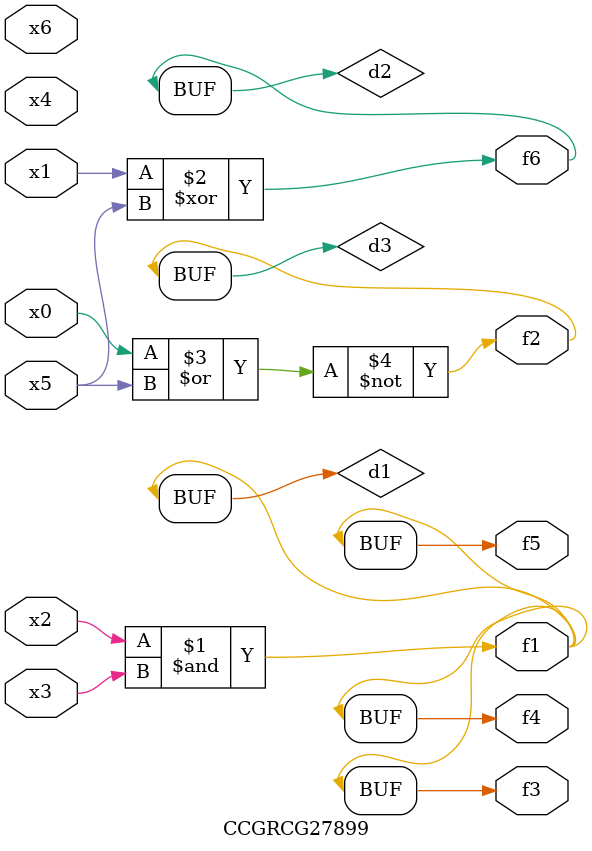
<source format=v>
module CCGRCG27899(
	input x0, x1, x2, x3, x4, x5, x6,
	output f1, f2, f3, f4, f5, f6
);

	wire d1, d2, d3;

	and (d1, x2, x3);
	xor (d2, x1, x5);
	nor (d3, x0, x5);
	assign f1 = d1;
	assign f2 = d3;
	assign f3 = d1;
	assign f4 = d1;
	assign f5 = d1;
	assign f6 = d2;
endmodule

</source>
